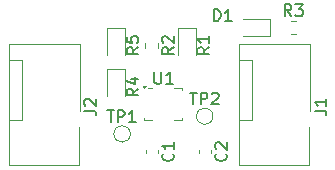
<source format=gbr>
%TF.GenerationSoftware,KiCad,Pcbnew,8.0.4-8.0.4-0~ubuntu20.04.1*%
%TF.CreationDate,2024-08-15T08:25:23-05:00*%
%TF.ProjectId,STImu,5354496d-752e-46b6-9963-61645f706362,rev?*%
%TF.SameCoordinates,Original*%
%TF.FileFunction,Legend,Top*%
%TF.FilePolarity,Positive*%
%FSLAX46Y46*%
G04 Gerber Fmt 4.6, Leading zero omitted, Abs format (unit mm)*
G04 Created by KiCad (PCBNEW 8.0.4-8.0.4-0~ubuntu20.04.1) date 2024-08-15 08:25:23*
%MOMM*%
%LPD*%
G01*
G04 APERTURE LIST*
%ADD10C,0.150000*%
%ADD11C,0.120000*%
G04 APERTURE END LIST*
D10*
X155884819Y-99166666D02*
X155408628Y-99499999D01*
X155884819Y-99738094D02*
X154884819Y-99738094D01*
X154884819Y-99738094D02*
X154884819Y-99357142D01*
X154884819Y-99357142D02*
X154932438Y-99261904D01*
X154932438Y-99261904D02*
X154980057Y-99214285D01*
X154980057Y-99214285D02*
X155075295Y-99166666D01*
X155075295Y-99166666D02*
X155218152Y-99166666D01*
X155218152Y-99166666D02*
X155313390Y-99214285D01*
X155313390Y-99214285D02*
X155361009Y-99261904D01*
X155361009Y-99261904D02*
X155408628Y-99357142D01*
X155408628Y-99357142D02*
X155408628Y-99738094D01*
X155218152Y-98309523D02*
X155884819Y-98309523D01*
X154837200Y-98547618D02*
X155551485Y-98785713D01*
X155551485Y-98785713D02*
X155551485Y-98166666D01*
X170804819Y-101033333D02*
X171519104Y-101033333D01*
X171519104Y-101033333D02*
X171661961Y-101080952D01*
X171661961Y-101080952D02*
X171757200Y-101176190D01*
X171757200Y-101176190D02*
X171804819Y-101319047D01*
X171804819Y-101319047D02*
X171804819Y-101414285D01*
X171804819Y-100033333D02*
X171804819Y-100604761D01*
X171804819Y-100319047D02*
X170804819Y-100319047D01*
X170804819Y-100319047D02*
X170947676Y-100414285D01*
X170947676Y-100414285D02*
X171042914Y-100509523D01*
X171042914Y-100509523D02*
X171090533Y-100604761D01*
X161884819Y-95666666D02*
X161408628Y-95999999D01*
X161884819Y-96238094D02*
X160884819Y-96238094D01*
X160884819Y-96238094D02*
X160884819Y-95857142D01*
X160884819Y-95857142D02*
X160932438Y-95761904D01*
X160932438Y-95761904D02*
X160980057Y-95714285D01*
X160980057Y-95714285D02*
X161075295Y-95666666D01*
X161075295Y-95666666D02*
X161218152Y-95666666D01*
X161218152Y-95666666D02*
X161313390Y-95714285D01*
X161313390Y-95714285D02*
X161361009Y-95761904D01*
X161361009Y-95761904D02*
X161408628Y-95857142D01*
X161408628Y-95857142D02*
X161408628Y-96238094D01*
X161884819Y-94714285D02*
X161884819Y-95285713D01*
X161884819Y-94999999D02*
X160884819Y-94999999D01*
X160884819Y-94999999D02*
X161027676Y-95095237D01*
X161027676Y-95095237D02*
X161122914Y-95190475D01*
X161122914Y-95190475D02*
X161170533Y-95285713D01*
X153238095Y-101006819D02*
X153809523Y-101006819D01*
X153523809Y-102006819D02*
X153523809Y-101006819D01*
X154142857Y-102006819D02*
X154142857Y-101006819D01*
X154142857Y-101006819D02*
X154523809Y-101006819D01*
X154523809Y-101006819D02*
X154619047Y-101054438D01*
X154619047Y-101054438D02*
X154666666Y-101102057D01*
X154666666Y-101102057D02*
X154714285Y-101197295D01*
X154714285Y-101197295D02*
X154714285Y-101340152D01*
X154714285Y-101340152D02*
X154666666Y-101435390D01*
X154666666Y-101435390D02*
X154619047Y-101483009D01*
X154619047Y-101483009D02*
X154523809Y-101530628D01*
X154523809Y-101530628D02*
X154142857Y-101530628D01*
X155666666Y-102006819D02*
X155095238Y-102006819D01*
X155380952Y-102006819D02*
X155380952Y-101006819D01*
X155380952Y-101006819D02*
X155285714Y-101149676D01*
X155285714Y-101149676D02*
X155190476Y-101244914D01*
X155190476Y-101244914D02*
X155095238Y-101292533D01*
X160238095Y-99506819D02*
X160809523Y-99506819D01*
X160523809Y-100506819D02*
X160523809Y-99506819D01*
X161142857Y-100506819D02*
X161142857Y-99506819D01*
X161142857Y-99506819D02*
X161523809Y-99506819D01*
X161523809Y-99506819D02*
X161619047Y-99554438D01*
X161619047Y-99554438D02*
X161666666Y-99602057D01*
X161666666Y-99602057D02*
X161714285Y-99697295D01*
X161714285Y-99697295D02*
X161714285Y-99840152D01*
X161714285Y-99840152D02*
X161666666Y-99935390D01*
X161666666Y-99935390D02*
X161619047Y-99983009D01*
X161619047Y-99983009D02*
X161523809Y-100030628D01*
X161523809Y-100030628D02*
X161142857Y-100030628D01*
X162095238Y-99602057D02*
X162142857Y-99554438D01*
X162142857Y-99554438D02*
X162238095Y-99506819D01*
X162238095Y-99506819D02*
X162476190Y-99506819D01*
X162476190Y-99506819D02*
X162571428Y-99554438D01*
X162571428Y-99554438D02*
X162619047Y-99602057D01*
X162619047Y-99602057D02*
X162666666Y-99697295D01*
X162666666Y-99697295D02*
X162666666Y-99792533D01*
X162666666Y-99792533D02*
X162619047Y-99935390D01*
X162619047Y-99935390D02*
X162047619Y-100506819D01*
X162047619Y-100506819D02*
X162666666Y-100506819D01*
X168833333Y-93024819D02*
X168500000Y-92548628D01*
X168261905Y-93024819D02*
X168261905Y-92024819D01*
X168261905Y-92024819D02*
X168642857Y-92024819D01*
X168642857Y-92024819D02*
X168738095Y-92072438D01*
X168738095Y-92072438D02*
X168785714Y-92120057D01*
X168785714Y-92120057D02*
X168833333Y-92215295D01*
X168833333Y-92215295D02*
X168833333Y-92358152D01*
X168833333Y-92358152D02*
X168785714Y-92453390D01*
X168785714Y-92453390D02*
X168738095Y-92501009D01*
X168738095Y-92501009D02*
X168642857Y-92548628D01*
X168642857Y-92548628D02*
X168261905Y-92548628D01*
X169166667Y-92024819D02*
X169785714Y-92024819D01*
X169785714Y-92024819D02*
X169452381Y-92405771D01*
X169452381Y-92405771D02*
X169595238Y-92405771D01*
X169595238Y-92405771D02*
X169690476Y-92453390D01*
X169690476Y-92453390D02*
X169738095Y-92501009D01*
X169738095Y-92501009D02*
X169785714Y-92596247D01*
X169785714Y-92596247D02*
X169785714Y-92834342D01*
X169785714Y-92834342D02*
X169738095Y-92929580D01*
X169738095Y-92929580D02*
X169690476Y-92977200D01*
X169690476Y-92977200D02*
X169595238Y-93024819D01*
X169595238Y-93024819D02*
X169309524Y-93024819D01*
X169309524Y-93024819D02*
X169214286Y-92977200D01*
X169214286Y-92977200D02*
X169166667Y-92929580D01*
X162261905Y-93454819D02*
X162261905Y-92454819D01*
X162261905Y-92454819D02*
X162500000Y-92454819D01*
X162500000Y-92454819D02*
X162642857Y-92502438D01*
X162642857Y-92502438D02*
X162738095Y-92597676D01*
X162738095Y-92597676D02*
X162785714Y-92692914D01*
X162785714Y-92692914D02*
X162833333Y-92883390D01*
X162833333Y-92883390D02*
X162833333Y-93026247D01*
X162833333Y-93026247D02*
X162785714Y-93216723D01*
X162785714Y-93216723D02*
X162738095Y-93311961D01*
X162738095Y-93311961D02*
X162642857Y-93407200D01*
X162642857Y-93407200D02*
X162500000Y-93454819D01*
X162500000Y-93454819D02*
X162261905Y-93454819D01*
X163785714Y-93454819D02*
X163214286Y-93454819D01*
X163500000Y-93454819D02*
X163500000Y-92454819D01*
X163500000Y-92454819D02*
X163404762Y-92597676D01*
X163404762Y-92597676D02*
X163309524Y-92692914D01*
X163309524Y-92692914D02*
X163214286Y-92740533D01*
X163289580Y-104666666D02*
X163337200Y-104714285D01*
X163337200Y-104714285D02*
X163384819Y-104857142D01*
X163384819Y-104857142D02*
X163384819Y-104952380D01*
X163384819Y-104952380D02*
X163337200Y-105095237D01*
X163337200Y-105095237D02*
X163241961Y-105190475D01*
X163241961Y-105190475D02*
X163146723Y-105238094D01*
X163146723Y-105238094D02*
X162956247Y-105285713D01*
X162956247Y-105285713D02*
X162813390Y-105285713D01*
X162813390Y-105285713D02*
X162622914Y-105238094D01*
X162622914Y-105238094D02*
X162527676Y-105190475D01*
X162527676Y-105190475D02*
X162432438Y-105095237D01*
X162432438Y-105095237D02*
X162384819Y-104952380D01*
X162384819Y-104952380D02*
X162384819Y-104857142D01*
X162384819Y-104857142D02*
X162432438Y-104714285D01*
X162432438Y-104714285D02*
X162480057Y-104666666D01*
X162480057Y-104285713D02*
X162432438Y-104238094D01*
X162432438Y-104238094D02*
X162384819Y-104142856D01*
X162384819Y-104142856D02*
X162384819Y-103904761D01*
X162384819Y-103904761D02*
X162432438Y-103809523D01*
X162432438Y-103809523D02*
X162480057Y-103761904D01*
X162480057Y-103761904D02*
X162575295Y-103714285D01*
X162575295Y-103714285D02*
X162670533Y-103714285D01*
X162670533Y-103714285D02*
X162813390Y-103761904D01*
X162813390Y-103761904D02*
X163384819Y-104333332D01*
X163384819Y-104333332D02*
X163384819Y-103714285D01*
X158884819Y-95666666D02*
X158408628Y-95999999D01*
X158884819Y-96238094D02*
X157884819Y-96238094D01*
X157884819Y-96238094D02*
X157884819Y-95857142D01*
X157884819Y-95857142D02*
X157932438Y-95761904D01*
X157932438Y-95761904D02*
X157980057Y-95714285D01*
X157980057Y-95714285D02*
X158075295Y-95666666D01*
X158075295Y-95666666D02*
X158218152Y-95666666D01*
X158218152Y-95666666D02*
X158313390Y-95714285D01*
X158313390Y-95714285D02*
X158361009Y-95761904D01*
X158361009Y-95761904D02*
X158408628Y-95857142D01*
X158408628Y-95857142D02*
X158408628Y-96238094D01*
X157980057Y-95285713D02*
X157932438Y-95238094D01*
X157932438Y-95238094D02*
X157884819Y-95142856D01*
X157884819Y-95142856D02*
X157884819Y-94904761D01*
X157884819Y-94904761D02*
X157932438Y-94809523D01*
X157932438Y-94809523D02*
X157980057Y-94761904D01*
X157980057Y-94761904D02*
X158075295Y-94714285D01*
X158075295Y-94714285D02*
X158170533Y-94714285D01*
X158170533Y-94714285D02*
X158313390Y-94761904D01*
X158313390Y-94761904D02*
X158884819Y-95333332D01*
X158884819Y-95333332D02*
X158884819Y-94714285D01*
X155884819Y-95666666D02*
X155408628Y-95999999D01*
X155884819Y-96238094D02*
X154884819Y-96238094D01*
X154884819Y-96238094D02*
X154884819Y-95857142D01*
X154884819Y-95857142D02*
X154932438Y-95761904D01*
X154932438Y-95761904D02*
X154980057Y-95714285D01*
X154980057Y-95714285D02*
X155075295Y-95666666D01*
X155075295Y-95666666D02*
X155218152Y-95666666D01*
X155218152Y-95666666D02*
X155313390Y-95714285D01*
X155313390Y-95714285D02*
X155361009Y-95761904D01*
X155361009Y-95761904D02*
X155408628Y-95857142D01*
X155408628Y-95857142D02*
X155408628Y-96238094D01*
X154884819Y-94761904D02*
X154884819Y-95238094D01*
X154884819Y-95238094D02*
X155361009Y-95285713D01*
X155361009Y-95285713D02*
X155313390Y-95238094D01*
X155313390Y-95238094D02*
X155265771Y-95142856D01*
X155265771Y-95142856D02*
X155265771Y-94904761D01*
X155265771Y-94904761D02*
X155313390Y-94809523D01*
X155313390Y-94809523D02*
X155361009Y-94761904D01*
X155361009Y-94761904D02*
X155456247Y-94714285D01*
X155456247Y-94714285D02*
X155694342Y-94714285D01*
X155694342Y-94714285D02*
X155789580Y-94761904D01*
X155789580Y-94761904D02*
X155837200Y-94809523D01*
X155837200Y-94809523D02*
X155884819Y-94904761D01*
X155884819Y-94904761D02*
X155884819Y-95142856D01*
X155884819Y-95142856D02*
X155837200Y-95238094D01*
X155837200Y-95238094D02*
X155789580Y-95285713D01*
X158789580Y-104666666D02*
X158837200Y-104714285D01*
X158837200Y-104714285D02*
X158884819Y-104857142D01*
X158884819Y-104857142D02*
X158884819Y-104952380D01*
X158884819Y-104952380D02*
X158837200Y-105095237D01*
X158837200Y-105095237D02*
X158741961Y-105190475D01*
X158741961Y-105190475D02*
X158646723Y-105238094D01*
X158646723Y-105238094D02*
X158456247Y-105285713D01*
X158456247Y-105285713D02*
X158313390Y-105285713D01*
X158313390Y-105285713D02*
X158122914Y-105238094D01*
X158122914Y-105238094D02*
X158027676Y-105190475D01*
X158027676Y-105190475D02*
X157932438Y-105095237D01*
X157932438Y-105095237D02*
X157884819Y-104952380D01*
X157884819Y-104952380D02*
X157884819Y-104857142D01*
X157884819Y-104857142D02*
X157932438Y-104714285D01*
X157932438Y-104714285D02*
X157980057Y-104666666D01*
X158884819Y-103714285D02*
X158884819Y-104285713D01*
X158884819Y-103999999D02*
X157884819Y-103999999D01*
X157884819Y-103999999D02*
X158027676Y-104095237D01*
X158027676Y-104095237D02*
X158122914Y-104190475D01*
X158122914Y-104190475D02*
X158170533Y-104285713D01*
X151304819Y-101033333D02*
X152019104Y-101033333D01*
X152019104Y-101033333D02*
X152161961Y-101080952D01*
X152161961Y-101080952D02*
X152257200Y-101176190D01*
X152257200Y-101176190D02*
X152304819Y-101319047D01*
X152304819Y-101319047D02*
X152304819Y-101414285D01*
X151400057Y-100604761D02*
X151352438Y-100557142D01*
X151352438Y-100557142D02*
X151304819Y-100461904D01*
X151304819Y-100461904D02*
X151304819Y-100223809D01*
X151304819Y-100223809D02*
X151352438Y-100128571D01*
X151352438Y-100128571D02*
X151400057Y-100080952D01*
X151400057Y-100080952D02*
X151495295Y-100033333D01*
X151495295Y-100033333D02*
X151590533Y-100033333D01*
X151590533Y-100033333D02*
X151733390Y-100080952D01*
X151733390Y-100080952D02*
X152304819Y-100652380D01*
X152304819Y-100652380D02*
X152304819Y-100033333D01*
X157238095Y-97754819D02*
X157238095Y-98564342D01*
X157238095Y-98564342D02*
X157285714Y-98659580D01*
X157285714Y-98659580D02*
X157333333Y-98707200D01*
X157333333Y-98707200D02*
X157428571Y-98754819D01*
X157428571Y-98754819D02*
X157619047Y-98754819D01*
X157619047Y-98754819D02*
X157714285Y-98707200D01*
X157714285Y-98707200D02*
X157761904Y-98659580D01*
X157761904Y-98659580D02*
X157809523Y-98564342D01*
X157809523Y-98564342D02*
X157809523Y-97754819D01*
X158809523Y-98754819D02*
X158238095Y-98754819D01*
X158523809Y-98754819D02*
X158523809Y-97754819D01*
X158523809Y-97754819D02*
X158428571Y-97897676D01*
X158428571Y-97897676D02*
X158333333Y-97992914D01*
X158333333Y-97992914D02*
X158238095Y-98040533D01*
D11*
%TO.C,R4*%
X153265000Y-97515000D02*
X153265000Y-99800000D01*
X154735000Y-97515000D02*
X153265000Y-97515000D01*
X154735000Y-99800000D02*
X154735000Y-97515000D01*
%TO.C,J1*%
X164400000Y-95350000D02*
X170400000Y-95350000D01*
X164400000Y-105650000D02*
X164400000Y-95350000D01*
X164500000Y-96700000D02*
X165510000Y-96700000D01*
X165510000Y-96700000D02*
X165510000Y-101780000D01*
X165510000Y-101780000D02*
X164500000Y-101780000D01*
X170350000Y-102450000D02*
X170350000Y-105650000D01*
X170350000Y-105650000D02*
X164400000Y-105650000D01*
X170400000Y-95350000D02*
X170400000Y-101100000D01*
%TO.C,R1*%
X159265000Y-94015000D02*
X159265000Y-96300000D01*
X160735000Y-94015000D02*
X159265000Y-94015000D01*
X160735000Y-96300000D02*
X160735000Y-94015000D01*
%TO.C,TP1*%
X155200000Y-103000000D02*
G75*
G02*
X153800000Y-103000000I-700000J0D01*
G01*
X153800000Y-103000000D02*
G75*
G02*
X155200000Y-103000000I700000J0D01*
G01*
%TO.C,TP2*%
X162200000Y-101500000D02*
G75*
G02*
X160800000Y-101500000I-700000J0D01*
G01*
X160800000Y-101500000D02*
G75*
G02*
X162200000Y-101500000I700000J0D01*
G01*
%TO.C,R3*%
X168762742Y-93477500D02*
X169237258Y-93477500D01*
X168762742Y-94522500D02*
X169237258Y-94522500D01*
%TO.C,D1*%
X164700000Y-94735000D02*
X166985000Y-94735000D01*
X166985000Y-93265000D02*
X164700000Y-93265000D01*
X166985000Y-94735000D02*
X166985000Y-93265000D01*
%TO.C,C2*%
X160990000Y-104359420D02*
X160990000Y-104640580D01*
X162010000Y-104359420D02*
X162010000Y-104640580D01*
%TO.C,R2*%
X156477500Y-95262742D02*
X156477500Y-95737258D01*
X157522500Y-95262742D02*
X157522500Y-95737258D01*
%TO.C,R5*%
X153265000Y-94015000D02*
X153265000Y-96300000D01*
X154735000Y-94015000D02*
X153265000Y-94015000D01*
X154735000Y-96300000D02*
X154735000Y-94015000D01*
%TO.C,C1*%
X156490000Y-104359420D02*
X156490000Y-104640580D01*
X157510000Y-104359420D02*
X157510000Y-104640580D01*
%TO.C,J2*%
X144900000Y-95350000D02*
X150900000Y-95350000D01*
X144900000Y-105650000D02*
X144900000Y-95350000D01*
X145000000Y-96700000D02*
X146010000Y-96700000D01*
X146010000Y-96700000D02*
X146010000Y-101780000D01*
X146010000Y-101780000D02*
X145000000Y-101780000D01*
X150850000Y-102450000D02*
X150850000Y-105650000D01*
X150850000Y-105650000D02*
X144900000Y-105650000D01*
X150900000Y-95350000D02*
X150900000Y-101100000D01*
%TO.C,U1*%
X156390000Y-101860000D02*
X156390000Y-101685000D01*
X157065000Y-99140000D02*
X156690000Y-99140000D01*
X157065000Y-101860000D02*
X156390000Y-101860000D01*
X158935000Y-99140000D02*
X159610000Y-99140000D01*
X158935000Y-101860000D02*
X159610000Y-101860000D01*
X159610000Y-99140000D02*
X159610000Y-99315000D01*
X159610000Y-101860000D02*
X159610000Y-101685000D01*
X156390000Y-99140000D02*
X156250000Y-98950000D01*
X156530000Y-98950000D01*
X156390000Y-99140000D01*
G36*
X156390000Y-99140000D02*
G01*
X156250000Y-98950000D01*
X156530000Y-98950000D01*
X156390000Y-99140000D01*
G37*
%TD*%
M02*

</source>
